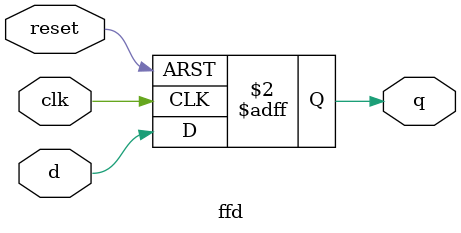
<source format=v>
module ffd (input wire clk, input wire reset, input wire d, output reg q);
  // reset asíncrono.
  always @(posedge clk, posedge reset) 
  if (reset)
   q <= 1'b0; //asignación no bloqueante q=0
  else
   q <= d; //asignación no bloqueante q =d 
endmodule
</source>
